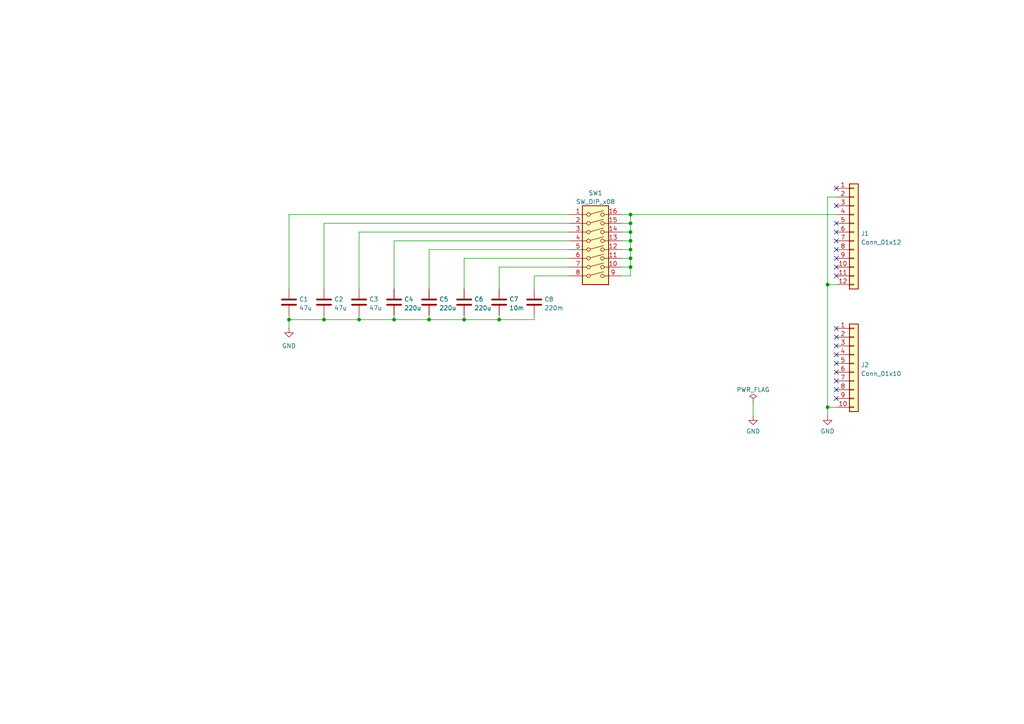
<source format=kicad_sch>
(kicad_sch (version 20231120) (generator "eeschema") (generator_version "8.0")
  (paper "A4")
  (lib_symbols
    (symbol "Connector_Generic:Conn_01x10" (pin_names (offset 1.016) hide)
      (property "Reference" "J" (at 0 12.7 0))
      (property "Value" "Conn_01x10" (at 0 -15.24 0))
      (symbol "Conn_01x10_1_1"
        (rectangle (start -1.27 -12.573) (end 0 -12.827) (stroke (width 0.1524)))
        (rectangle (start -1.27 -10.033) (end 0 -10.287) (stroke (width 0.1524)))
        (rectangle (start -1.27 -7.493) (end 0 -7.747) (stroke (width 0.1524)))
        (rectangle (start -1.27 -4.953) (end 0 -5.207) (stroke (width 0.1524)))
        (rectangle (start -1.27 -2.413) (end 0 -2.667) (stroke (width 0.1524)))
        (rectangle (start -1.27 0.127) (end 0 -0.127) (stroke (width 0.1524)))
        (rectangle (start -1.27 2.667) (end 0 2.413) (stroke (width 0.1524)))
        (rectangle (start -1.27 5.207) (end 0 4.953) (stroke (width 0.1524)))
        (rectangle (start -1.27 7.747) (end 0 7.493) (stroke (width 0.1524)))
        (rectangle (start -1.27 10.287) (end 0 10.033) (stroke (width 0.1524)))
        (rectangle (start -1.27 11.43) (end 1.27 -13.97) (stroke (width 0.254)) (fill (type background)))
        (pin passive line (at -5.08 10.16 0) (length 3.81) (name "Pin_1") (number "1"))
        (pin passive line (at -5.08 -12.7 0) (length 3.81) (name "Pin_10") (number "10"))
        (pin passive line (at -5.08 7.62 0) (length 3.81) (name "Pin_2") (number "2"))
        (pin passive line (at -5.08 5.08 0) (length 3.81) (name "Pin_3") (number "3"))
        (pin passive line (at -5.08 2.54 0) (length 3.81) (name "Pin_4") (number "4"))
        (pin passive line (at -5.08 0 0) (length 3.81) (name "Pin_5") (number "5"))
        (pin passive line (at -5.08 -2.54 0) (length 3.81) (name "Pin_6") (number "6"))
        (pin passive line (at -5.08 -5.08 0) (length 3.81) (name "Pin_7") (number "7"))
        (pin passive line (at -5.08 -7.62 0) (length 3.81) (name "Pin_8") (number "8"))
        (pin passive line (at -5.08 -10.16 0) (length 3.81) (name "Pin_9") (number "9"))
      )
    )
    (symbol "Connector_Generic:Conn_01x12" (pin_names (offset 1.016) hide)
      (property "Reference" "J" (at 0 15.24 0))
      (property "Value" "Conn_01x12" (at 0 -17.78 0))
      (symbol "Conn_01x12_1_1"
        (rectangle (start -1.27 -15.113) (end 0 -15.367) (stroke (width 0.1524)))
        (rectangle (start -1.27 -12.573) (end 0 -12.827) (stroke (width 0.1524)))
        (rectangle (start -1.27 -10.033) (end 0 -10.287) (stroke (width 0.1524)))
        (rectangle (start -1.27 -7.493) (end 0 -7.747) (stroke (width 0.1524)))
        (rectangle (start -1.27 -4.953) (end 0 -5.207) (stroke (width 0.1524)))
        (rectangle (start -1.27 -2.413) (end 0 -2.667) (stroke (width 0.1524)))
        (rectangle (start -1.27 0.127) (end 0 -0.127) (stroke (width 0.1524)))
        (rectangle (start -1.27 2.667) (end 0 2.413) (stroke (width 0.1524)))
        (rectangle (start -1.27 5.207) (end 0 4.953) (stroke (width 0.1524)))
        (rectangle (start -1.27 7.747) (end 0 7.493) (stroke (width 0.1524)))
        (rectangle (start -1.27 10.287) (end 0 10.033) (stroke (width 0.1524)))
        (rectangle (start -1.27 12.827) (end 0 12.573) (stroke (width 0.1524)))
        (rectangle (start -1.27 13.97) (end 1.27 -16.51) (stroke (width 0.254)) (fill (type background)))
        (pin passive line (at -5.08 12.7 0) (length 3.81) (name "Pin_1") (number "1"))
        (pin passive line (at -5.08 -10.16 0) (length 3.81) (name "Pin_10") (number "10"))
        (pin passive line (at -5.08 -12.7 0) (length 3.81) (name "Pin_11") (number "11"))
        (pin passive line (at -5.08 -15.24 0) (length 3.81) (name "Pin_12") (number "12"))
        (pin passive line (at -5.08 10.16 0) (length 3.81) (name "Pin_2") (number "2"))
        (pin passive line (at -5.08 7.62 0) (length 3.81) (name "Pin_3") (number "3"))
        (pin passive line (at -5.08 5.08 0) (length 3.81) (name "Pin_4") (number "4"))
        (pin passive line (at -5.08 2.54 0) (length 3.81) (name "Pin_5") (number "5"))
        (pin passive line (at -5.08 0 0) (length 3.81) (name "Pin_6") (number "6"))
        (pin passive line (at -5.08 -2.54 0) (length 3.81) (name "Pin_7") (number "7"))
        (pin passive line (at -5.08 -5.08 0) (length 3.81) (name "Pin_8") (number "8"))
        (pin passive line (at -5.08 -7.62 0) (length 3.81) (name "Pin_9") (number "9"))
      )
    )
    (symbol "Device:C" (pin_numbers hide) (pin_names (offset 0.254))
      (property "Reference" "C" (at 0.635 2.54 0))
      (property "Value" "C" (at 0.635 -2.54 0))
      (symbol "C_0_1"
        (polyline (pts (xy -2.032 -0.762) (xy 2.032 -0.762)) (stroke (width 0.508)))
        (polyline (pts (xy -2.032 0.762) (xy 2.032 0.762)) (stroke (width 0.508)))
      )
      (symbol "C_1_1"
        (pin passive line (at 0 3.81 270) (length 2.794) (name "~") (number "1"))
        (pin passive line (at 0 -3.81 90) (length 2.794) (name "~") (number "2"))
      )
    )
    (symbol "Switch:SW_DIP_x08" (pin_names (offset 0) hide)
      (property "Reference" "SW" (at 0 13.97 0))
      (property "Value" "SW_DIP_x08" (at 0 -11.43 0))
      (symbol "SW_DIP_x08_0_0"
        (circle (center -2.032 -7.62) (radius 0.508))
        (circle (center -2.032 -5.08) (radius 0.508))
        (circle (center -2.032 -2.54) (radius 0.508))
        (circle (center -2.032 0) (radius 0.508))
        (circle (center -2.032 2.54) (radius 0.508))
        (circle (center -2.032 5.08) (radius 0.508))
        (circle (center -2.032 7.62) (radius 0.508))
        (circle (center -2.032 10.16) (radius 0.508))
        (polyline (pts (xy -1.524 -7.4676) (xy 2.3622 -6.4262)))
        (polyline (pts (xy -1.524 -4.9276) (xy 2.3622 -3.8862)))
        (polyline (pts (xy -1.524 -2.3876) (xy 2.3622 -1.3462)))
        (polyline (pts (xy -1.524 0.127) (xy 2.3622 1.1684)))
        (polyline (pts (xy -1.524 2.667) (xy 2.3622 3.7084)))
        (polyline (pts (xy -1.524 5.207) (xy 2.3622 6.2484)))
        (polyline (pts (xy -1.524 7.747) (xy 2.3622 8.7884)))
        (polyline (pts (xy -1.524 10.287) (xy 2.3622 11.3284)))
        (circle (center 2.032 -7.62) (radius 0.508))
        (circle (center 2.032 -5.08) (radius 0.508))
        (circle (center 2.032 -2.54) (radius 0.508))
        (circle (center 2.032 0) (radius 0.508))
        (circle (center 2.032 2.54) (radius 0.508))
        (circle (center 2.032 5.08) (radius 0.508))
        (circle (center 2.032 7.62) (radius 0.508))
        (circle (center 2.032 10.16) (radius 0.508))
      )
      (symbol "SW_DIP_x08_0_1"
        (rectangle (start -3.81 12.7) (end 3.81 -10.16) (stroke (width 0.254)) (fill (type background)))
      )
      (symbol "SW_DIP_x08_1_1"
        (pin passive line (at -7.62 10.16 0) (length 5.08) (name "~") (number "1"))
        (pin passive line (at 7.62 -5.08 180) (length 5.08) (name "~") (number "10"))
        (pin passive line (at 7.62 -2.54 180) (length 5.08) (name "~") (number "11"))
        (pin passive line (at 7.62 0 180) (length 5.08) (name "~") (number "12"))
        (pin passive line (at 7.62 2.54 180) (length 5.08) (name "~") (number "13"))
        (pin passive line (at 7.62 5.08 180) (length 5.08) (name "~") (number "14"))
        (pin passive line (at 7.62 7.62 180) (length 5.08) (name "~") (number "15"))
        (pin passive line (at 7.62 10.16 180) (length 5.08) (name "~") (number "16"))
        (pin passive line (at -7.62 7.62 0) (length 5.08) (name "~") (number "2"))
        (pin passive line (at -7.62 5.08 0) (length 5.08) (name "~") (number "3"))
        (pin passive line (at -7.62 2.54 0) (length 5.08) (name "~") (number "4"))
        (pin passive line (at -7.62 0 0) (length 5.08) (name "~") (number "5"))
        (pin passive line (at -7.62 -2.54 0) (length 5.08) (name "~") (number "6"))
        (pin passive line (at -7.62 -5.08 0) (length 5.08) (name "~") (number "7"))
        (pin passive line (at -7.62 -7.62 0) (length 5.08) (name "~") (number "8"))
        (pin passive line (at 7.62 -7.62 180) (length 5.08) (name "~") (number "9"))
      )
    )
    (symbol "power:GND" (power) (pin_numbers hide) (pin_names (offset 0) hide)
      (property "Value" "GND" (at 0 -3.81 0))
      (symbol "GND_0_1"
        (polyline (pts (xy 0 0) (xy 0 -1.27) (xy 1.27 -1.27) (xy 0 -2.54) (xy -1.27 -1.27) (xy 0 -1.27)))
      )
      (symbol "GND_1_1"
        (pin power_in line (at 0 0 270) (length 0) (name "~") (number "1"))
      )
    )
    (symbol "power:PWR_FLAG" (power) (pin_numbers hide) (pin_names (offset 0) hide)
      (property "Value" "PWR_FLAG" (at 0 3.81 0))
      (symbol "PWR_FLAG_0_0"
        (pin power_out line (at 0 0 90) (length 0) (name "~") (number "1"))
      )
      (symbol "PWR_FLAG_0_1"
        (polyline (pts (xy 0 0) (xy 0 1.27) (xy -1.016 1.905) (xy 0 2.54) (xy 1.016 1.905) (xy 0 1.27)))
      )
    )
  )
  (junction (at 182.88 69.85))
  (junction (at 182.88 62.23))
  (junction (at 182.88 67.31))
  (junction (at 240.03 82.55))
  (junction (at 124.46 92.71))
  (junction (at 182.88 72.39))
  (junction (at 182.88 74.93))
  (junction (at 134.62 92.71))
  (junction (at 182.88 77.47))
  (junction (at 114.3 92.71))
  (junction (at 104.14 92.71))
  (junction (at 182.88 64.77))
  (junction (at 240.03 118.11))
  (junction (at 93.98 92.71))
  (junction (at 83.82 92.71))
  (junction (at 144.78 92.71))
  (no_connect (at 242.57 67.31))
  (no_connect (at 242.57 113.03))
  (no_connect (at 242.57 64.77))
  (no_connect (at 242.57 115.57))
  (no_connect (at 242.57 54.61))
  (no_connect (at 242.57 105.41))
  (no_connect (at 242.57 74.93))
  (no_connect (at 242.57 100.33))
  (no_connect (at 242.57 72.39))
  (no_connect (at 242.57 95.25))
  (no_connect (at 242.57 69.85))
  (no_connect (at 242.57 107.95))
  (no_connect (at 242.57 102.87))
  (no_connect (at 242.57 59.69))
  (no_connect (at 242.57 77.47))
  (no_connect (at 242.57 110.49))
  (no_connect (at 242.57 97.79))
  (no_connect (at 242.57 80.01))
  (wire (pts (xy 93.98 83.82) (xy 93.98 64.77)))
  (wire (pts (xy 104.14 83.82) (xy 104.14 67.31)))
  (wire (pts (xy 180.34 72.39) (xy 182.88 72.39)))
  (wire (pts (xy 83.82 92.71) (xy 93.98 92.71)))
  (wire (pts (xy 83.82 62.23) (xy 165.1 62.23)))
  (wire (pts (xy 240.03 120.65) (xy 240.03 118.11)))
  (wire (pts (xy 134.62 91.44) (xy 134.62 92.71)))
  (wire (pts (xy 154.94 92.71) (xy 144.78 92.71)))
  (wire (pts (xy 144.78 77.47) (xy 165.1 77.47)))
  (wire (pts (xy 114.3 69.85) (xy 165.1 69.85)))
  (wire (pts (xy 154.94 83.82) (xy 154.94 80.01)))
  (wire (pts (xy 144.78 83.82) (xy 144.78 77.47)))
  (wire (pts (xy 144.78 92.71) (xy 134.62 92.71)))
  (wire (pts (xy 83.82 91.44) (xy 83.82 92.71)))
  (wire (pts (xy 154.94 91.44) (xy 154.94 92.71)))
  (wire (pts (xy 182.88 80.01) (xy 182.88 77.47)))
  (wire (pts (xy 93.98 91.44) (xy 93.98 92.71)))
  (wire (pts (xy 182.88 74.93) (xy 182.88 72.39)))
  (wire (pts (xy 104.14 91.44) (xy 104.14 92.71)))
  (wire (pts (xy 218.44 116.84) (xy 218.44 120.65)))
  (wire (pts (xy 134.62 74.93) (xy 165.1 74.93)))
  (wire (pts (xy 240.03 82.55) (xy 240.03 118.11)))
  (wire (pts (xy 180.34 74.93) (xy 182.88 74.93)))
  (wire (pts (xy 93.98 64.77) (xy 165.1 64.77)))
  (wire (pts (xy 180.34 67.31) (xy 182.88 67.31)))
  (wire (pts (xy 83.82 92.71) (xy 83.82 95.25)))
  (wire (pts (xy 124.46 72.39) (xy 165.1 72.39)))
  (wire (pts (xy 182.88 69.85) (xy 182.88 67.31)))
  (wire (pts (xy 182.88 62.23) (xy 242.57 62.23)))
  (wire (pts (xy 83.82 83.82) (xy 83.82 62.23)))
  (wire (pts (xy 240.03 118.11) (xy 242.57 118.11)))
  (wire (pts (xy 114.3 92.71) (xy 104.14 92.71)))
  (wire (pts (xy 114.3 83.82) (xy 114.3 69.85)))
  (wire (pts (xy 242.57 82.55) (xy 240.03 82.55)))
  (wire (pts (xy 124.46 91.44) (xy 124.46 92.71)))
  (wire (pts (xy 124.46 83.82) (xy 124.46 72.39)))
  (wire (pts (xy 144.78 91.44) (xy 144.78 92.71)))
  (wire (pts (xy 240.03 57.15) (xy 240.03 82.55)))
  (wire (pts (xy 154.94 80.01) (xy 165.1 80.01)))
  (wire (pts (xy 124.46 92.71) (xy 114.3 92.71)))
  (wire (pts (xy 182.88 77.47) (xy 182.88 74.93)))
  (wire (pts (xy 134.62 92.71) (xy 124.46 92.71)))
  (wire (pts (xy 182.88 72.39) (xy 182.88 69.85)))
  (wire (pts (xy 104.14 67.31) (xy 165.1 67.31)))
  (wire (pts (xy 242.57 57.15) (xy 240.03 57.15)))
  (wire (pts (xy 182.88 62.23) (xy 180.34 62.23)))
  (wire (pts (xy 182.88 67.31) (xy 182.88 64.77)))
  (wire (pts (xy 134.62 83.82) (xy 134.62 74.93)))
  (wire (pts (xy 180.34 64.77) (xy 182.88 64.77)))
  (wire (pts (xy 114.3 91.44) (xy 114.3 92.71)))
  (wire (pts (xy 180.34 77.47) (xy 182.88 77.47)))
  (wire (pts (xy 180.34 69.85) (xy 182.88 69.85)))
  (wire (pts (xy 104.14 92.71) (xy 93.98 92.71)))
  (wire (pts (xy 182.88 64.77) (xy 182.88 62.23)))
  (wire (pts (xy 180.34 80.01) (xy 182.88 80.01)))
  (symbol (lib_id "Device:C") (at 93.98 87.63 0) (unit 1)
    (property "Reference" "C2" (at 96.901 86.7953 0) (effects (justify left)))
    (property "Value" "47u" (at 96.901 89.3322 0) (effects (justify left)))
    (property "Footprint" "Capacitor_SMD:C_0805_2012Metric" (effects (hide yes)))
    (property "Description" "Unpolarized capacitor" (effects (hide yes)))
    (property "MPN" "GRM21BR61A476ME15K" (effects (hide yes)))
  )
  (symbol (lib_id "Device:C") (at 144.78 87.63 0) (unit 1)
    (property "Reference" "C7" (at 147.701 86.7953 0) (effects (justify left)))
    (property "Value" "10m" (at 147.701 89.3322 0) (effects (justify left)))
    (property "Footprint" "voltix:KM_FG0H103ZF" (effects (hide yes)))
    (property "Description" "Unpolarized capacitor" (effects (hide yes)))
    (property "MPN" "FG0H103ZF" (effects (hide yes)))
  )
  (symbol (lib_id "power:GND") (at 83.82 95.25 0) (unit 1)
    (property "Reference" "#PWR01" (effects (hide yes)))
    (property "Value" "GND" (at 83.82 100.33 0))
    (property "Description" "Power symbol creates a global label with name \"GND\" , ground" (effects (hide yes)))
  )
  (symbol (lib_id "Device:C") (at 104.14 87.63 0) (unit 1)
    (property "Reference" "C3" (at 107.061 86.7953 0) (effects (justify left)))
    (property "Value" "47u" (at 107.061 89.3322 0) (effects (justify left)))
    (property "Footprint" "Capacitor_SMD:C_0805_2012Metric" (effects (hide yes)))
    (property "Description" "Unpolarized capacitor" (effects (hide yes)))
    (property "MPN" "GRM21BR61A476ME15K" (effects (hide yes)))
  )
  (symbol (lib_id "power:GND") (at 240.03 120.65 0) (unit 1)
    (property "Reference" "#PWR02" (effects (hide yes)))
    (property "Value" "GND" (at 240.03 125.0934 0))
    (property "Description" "Power symbol creates a global label with name \"GND\" , ground" (effects (hide yes)))
  )
  (symbol (lib_id "power:GND") (at 218.44 120.65 0) (unit 1)
    (property "Reference" "#PWR03" (effects (hide yes)))
    (property "Value" "GND" (at 218.44 125.0934 0))
    (property "Description" "Power symbol creates a global label with name \"GND\" , ground" (effects (hide yes)))
  )
  (symbol (lib_id "Connector_Generic:Conn_01x10") (at 247.65 105.41 0) (unit 1)
    (property "Reference" "J2" (at 249.682 105.8453 0) (effects (justify left)))
    (property "Value" "Conn_01x10" (at 249.682 108.3822 0) (effects (justify left)))
    (property "Footprint" "voltix:PinSocket_1x10_P2.54mm_Vertical" (effects (hide yes)))
    (property "Description" "Generic connector, single row, 01x10, script generated (kicad-library-utils/schlib/autogen/connector/)" (effects (hide yes)))
    (property "MPN" "PRT-11376" (effects (hide yes)))
  )
  (symbol (lib_id "Device:C") (at 154.94 87.63 0) (unit 1)
    (property "Reference" "C8" (at 157.861 86.7953 0) (effects (justify left)))
    (property "Value" "220m" (at 157.861 89.3322 0) (effects (justify left)))
    (property "Footprint" "voltix:KM_FG0H103ZF" (effects (hide yes)))
    (property "Description" "Unpolarized capacitor" (effects (hide yes)))
    (property "MPN" "FGH0H224ZF" (effects (hide yes)))
  )
  (symbol (lib_id "Connector_Generic:Conn_01x12") (at 247.65 67.31 0) (unit 1)
    (property "Reference" "J1" (at 249.682 67.7453 0) (effects (justify left)))
    (property "Value" "Conn_01x12" (at 249.682 70.2822 0) (effects (justify left)))
    (property "Footprint" "voltix:PinSocket_1x12_P2.54mm_Vertical" (effects (hide yes)))
    (property "Description" "Generic connector, single row, 01x12, script generated (kicad-library-utils/schlib/autogen/connector/)" (effects (hide yes)))
    (property "MPN" "PRT-14322" (effects (hide yes)))
  )
  (symbol (lib_id "power:PWR_FLAG") (at 218.44 116.84 0) (unit 1)
    (property "Reference" "#FLG01" (effects (hide yes)))
    (property "Value" "PWR_FLAG" (at 218.44 113.03 0))
    (property "Description" "Special symbol for telling ERC where power comes from" (effects (hide yes)))
  )
  (symbol (lib_id "Device:C") (at 124.46 87.63 0) (unit 1)
    (property "Reference" "C5" (at 127.381 86.7953 0) (effects (justify left)))
    (property "Value" "220u" (at 127.381 89.3322 0) (effects (justify left)))
    (property "Footprint" "Capacitor_SMD:C_1206_3216Metric" (effects (hide yes)))
    (property "Description" "Unpolarized capacitor" (effects (hide yes)))
    (property "MPN" "GRM31CR60J227ME11K" (effects (hide yes)))
  )
  (symbol (lib_id "Device:C") (at 83.82 87.63 0) (unit 1)
    (property "Reference" "C1" (at 86.741 86.7953 0) (effects (justify left)))
    (property "Value" "47u" (at 86.741 89.3322 0) (effects (justify left)))
    (property "Footprint" "Capacitor_SMD:C_0805_2012Metric" (effects (hide yes)))
    (property "Description" "Unpolarized capacitor" (effects (hide yes)))
    (property "MPN" "GRM21BR61A476ME15K" (effects (hide yes)))
  )
  (symbol (lib_id "Device:C") (at 134.62 87.63 0) (unit 1)
    (property "Reference" "C6" (at 137.541 86.7953 0) (effects (justify left)))
    (property "Value" "220u" (at 137.541 89.3322 0) (effects (justify left)))
    (property "Footprint" "Capacitor_SMD:C_1206_3216Metric" (effects (hide yes)))
    (property "Description" "Unpolarized capacitor" (effects (hide yes)))
    (property "MPN" "GRM31CR60J227ME11K" (effects (hide yes)))
  )
  (symbol (lib_id "Device:C") (at 114.3 87.63 0) (unit 1)
    (property "Reference" "C4" (at 117.221 86.7953 0) (effects (justify left)))
    (property "Value" "220u" (at 117.221 89.3322 0) (effects (justify left)))
    (property "Footprint" "Capacitor_SMD:C_1206_3216Metric" (effects (hide yes)))
    (property "Description" "Unpolarized capacitor" (effects (hide yes)))
    (property "MPN" "GRM31CR60J227ME11K" (effects (hide yes)))
  )
  (symbol (lib_id "Switch:SW_DIP_x08") (at 172.72 72.39 0) (unit 1)
    (property "Reference" "SW1" (at 172.72 55.9902 0))
    (property "Value" "SW_DIP_x08" (at 172.72 58.5271 0))
    (property "Footprint" "voltix:TE_1-1825058-9" (effects (hide yes)))
    (property "Description" "8x DIP Switch, Single Pole Single Throw (SPST) switch, small symbol" (effects (hide yes)))
    (property "MPN" "1-1825058-9" (effects (hide yes)))
  )
)
</source>
